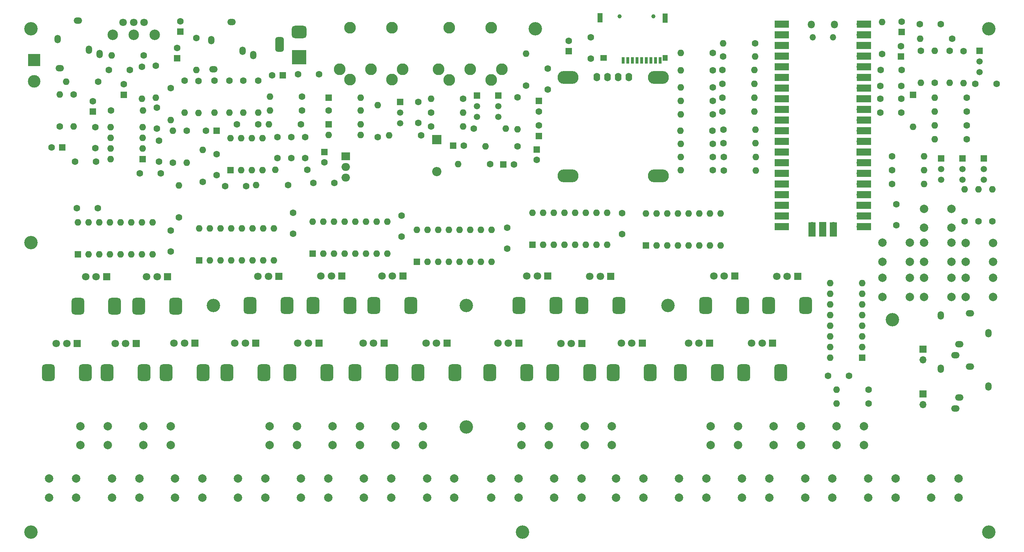
<source format=gbr>
%TF.GenerationSoftware,KiCad,Pcbnew,(6.0.11)*%
%TF.CreationDate,2024-06-02T13:27:08-05:00*%
%TF.ProjectId,TrebleSynth,54726562-6c65-4537-996e-74682e6b6963,rev?*%
%TF.SameCoordinates,Original*%
%TF.FileFunction,Soldermask,Top*%
%TF.FilePolarity,Negative*%
%FSLAX46Y46*%
G04 Gerber Fmt 4.6, Leading zero omitted, Abs format (unit mm)*
G04 Created by KiCad (PCBNEW (6.0.11)) date 2024-06-02 13:27:08*
%MOMM*%
%LPD*%
G01*
G04 APERTURE LIST*
G04 Aperture macros list*
%AMRoundRect*
0 Rectangle with rounded corners*
0 $1 Rounding radius*
0 $2 $3 $4 $5 $6 $7 $8 $9 X,Y pos of 4 corners*
0 Add a 4 corners polygon primitive as box body*
4,1,4,$2,$3,$4,$5,$6,$7,$8,$9,$2,$3,0*
0 Add four circle primitives for the rounded corners*
1,1,$1+$1,$2,$3*
1,1,$1+$1,$4,$5*
1,1,$1+$1,$6,$7*
1,1,$1+$1,$8,$9*
0 Add four rect primitives between the rounded corners*
20,1,$1+$1,$2,$3,$4,$5,0*
20,1,$1+$1,$4,$5,$6,$7,0*
20,1,$1+$1,$6,$7,$8,$9,0*
20,1,$1+$1,$8,$9,$2,$3,0*%
G04 Aperture macros list end*
%ADD10C,2.000000*%
%ADD11C,1.600000*%
%ADD12R,1.600000X1.600000*%
%ADD13R,1.500000X1.500000*%
%ADD14C,1.500000*%
%ADD15O,1.500000X2.000000*%
%ADD16O,2.000000X1.500000*%
%ADD17C,3.200000*%
%ADD18O,1.600000X1.600000*%
%ADD19R,2.200000X2.200000*%
%ADD20O,2.200000X2.200000*%
%ADD21R,1.800000X1.800000*%
%ADD22C,1.800000*%
%ADD23RoundRect,0.750000X-0.750000X1.250000X-0.750000X-1.250000X0.750000X-1.250000X0.750000X1.250000X0*%
%ADD24R,2.000000X1.905000*%
%ADD25O,2.000000X1.905000*%
%ADD26R,1.700000X1.700000*%
%ADD27O,1.700000X1.700000*%
%ADD28C,2.800000*%
%ADD29R,3.500000X3.500000*%
%ADD30RoundRect,0.750000X-1.000000X0.750000X-1.000000X-0.750000X1.000000X-0.750000X1.000000X0.750000X0*%
%ADD31RoundRect,0.500000X-0.500000X1.250000X-0.500000X-1.250000X0.500000X-1.250000X0.500000X1.250000X0*%
%ADD32R,3.000000X3.000000*%
%ADD33C,3.000000*%
%ADD34C,1.000000*%
%ADD35R,1.600000X1.400000*%
%ADD36R,1.200000X2.200000*%
%ADD37R,0.700000X1.600000*%
%ADD38R,1.200000X1.400000*%
%ADD39C,2.500000*%
%ADD40O,1.800000X1.800000*%
%ADD41O,1.500000X1.500000*%
%ADD42R,3.500000X1.700000*%
%ADD43R,1.700000X3.500000*%
%ADD44O,5.000000X3.100000*%
%ADD45O,1.600000X2.000000*%
G04 APERTURE END LIST*
D10*
%TO.C,SW23*%
X227250000Y-141250000D03*
X220750000Y-141250000D03*
X220750000Y-136750000D03*
X227250000Y-136750000D03*
%TD*%
D11*
%TO.C,C22*%
X236226000Y-51878000D03*
X231226000Y-51878000D03*
%TD*%
D12*
%TO.C,C15*%
X88906000Y-53148000D03*
D11*
X86406000Y-53148000D03*
%TD*%
D13*
%TO.C,Q3*%
X255784000Y-72960000D03*
D14*
X255784000Y-75500000D03*
X255784000Y-78040000D03*
%TD*%
D15*
%TO.C,J8*%
X256878000Y-114616000D03*
D16*
X248978000Y-119816000D03*
X249978000Y-117216000D03*
X252478000Y-109816000D03*
D15*
X245578000Y-110316000D03*
%TD*%
D17*
%TO.C,H9*%
X149000000Y-42000000D03*
%TD*%
D11*
%TO.C,R46*%
X72650000Y-54418000D03*
D18*
X72650000Y-62038000D03*
%TD*%
D11*
%TO.C,R9*%
X58680000Y-50862000D03*
D18*
X58680000Y-58482000D03*
%TD*%
D19*
%TO.C,D1*%
X125600000Y-68475000D03*
D20*
X125600000Y-76095000D03*
%TD*%
D11*
%TO.C,R56*%
X193554000Y-61784000D03*
D18*
X201174000Y-61784000D03*
%TD*%
D21*
%TO.C,RV19*%
X190500000Y-116950000D03*
D22*
X188000000Y-116950000D03*
X185500000Y-116950000D03*
D23*
X183600000Y-123950000D03*
X192400000Y-123950000D03*
%TD*%
D11*
%TO.C,C46*%
X44290000Y-70490000D03*
X44290000Y-65490000D03*
%TD*%
D13*
%TO.C,Q5*%
X135134000Y-57974000D03*
D14*
X135134000Y-60514000D03*
X135134000Y-63054000D03*
%TD*%
D21*
%TO.C,RV10*%
X103000000Y-100950000D03*
D22*
X100500000Y-100950000D03*
X98000000Y-100950000D03*
D23*
X104900000Y-107950000D03*
X96100000Y-107950000D03*
%TD*%
D11*
%TO.C,R19*%
X93224000Y-64832000D03*
D18*
X85604000Y-64832000D03*
%TD*%
D24*
%TO.C,U4*%
X103920000Y-72410000D03*
D25*
X103920000Y-74950000D03*
X103920000Y-77490000D03*
%TD*%
D16*
%TO.C,J3*%
X76714000Y-40370000D03*
D15*
X81914000Y-48270000D03*
X79314000Y-47270000D03*
X71914000Y-44770000D03*
D16*
X72414000Y-51670000D03*
%TD*%
D26*
%TO.C,JP2*%
X241306000Y-129094000D03*
D27*
X241306000Y-131634000D03*
%TD*%
D11*
%TO.C,R64*%
X124212000Y-62038000D03*
D18*
X131832000Y-62038000D03*
%TD*%
D12*
%TO.C,C11*%
X141425000Y-74400000D03*
D11*
X143925000Y-74400000D03*
%TD*%
%TO.C,C41*%
X117220000Y-91580000D03*
X117220000Y-86580000D03*
%TD*%
D10*
%TO.C,SW32*%
X238154000Y-93026000D03*
X231654000Y-93026000D03*
X238154000Y-97526000D03*
X231654000Y-97526000D03*
%TD*%
%TO.C,SW14*%
X145750000Y-141250000D03*
X152250000Y-141250000D03*
X145750000Y-136750000D03*
X152250000Y-136750000D03*
%TD*%
D11*
%TO.C,R21*%
X79508000Y-54418000D03*
D18*
X79508000Y-62038000D03*
%TD*%
D17*
%TO.C,H2*%
X29000000Y-162000000D03*
%TD*%
D12*
%TO.C,C4*%
X43694000Y-61784000D03*
D11*
X43694000Y-59284000D03*
%TD*%
%TO.C,R23*%
X231580000Y-48000000D03*
D18*
X231580000Y-40380000D03*
%TD*%
D15*
%TO.C,J9*%
X256878000Y-127316000D03*
D16*
X248978000Y-132516000D03*
X249978000Y-129916000D03*
X252478000Y-122516000D03*
D15*
X245578000Y-123016000D03*
%TD*%
D11*
%TO.C,R68*%
X111530000Y-67820000D03*
D18*
X111530000Y-60200000D03*
%TD*%
D11*
%TO.C,R10*%
X62236000Y-56196000D03*
D18*
X62236000Y-63816000D03*
%TD*%
D11*
%TO.C,R70*%
X257816000Y-87946000D03*
D18*
X257816000Y-80326000D03*
%TD*%
D12*
%TO.C,C10*%
X149375000Y-70800000D03*
D11*
X149375000Y-73300000D03*
%TD*%
D21*
%TO.C,RV7*%
X82500000Y-116950000D03*
D22*
X80000000Y-116950000D03*
X77500000Y-116950000D03*
D23*
X84400000Y-123950000D03*
X75600000Y-123950000D03*
%TD*%
D26*
%TO.C,JP1*%
X241306000Y-118426000D03*
D27*
X241306000Y-120966000D03*
%TD*%
D12*
%TO.C,U6*%
X40160000Y-95770000D03*
D18*
X42700000Y-95770000D03*
X45240000Y-95770000D03*
X47780000Y-95770000D03*
X50320000Y-95770000D03*
X52860000Y-95770000D03*
X55400000Y-95770000D03*
X57940000Y-95770000D03*
X57940000Y-88150000D03*
X55400000Y-88150000D03*
X52860000Y-88150000D03*
X50320000Y-88150000D03*
X47780000Y-88150000D03*
X45240000Y-88150000D03*
X42700000Y-88150000D03*
X40160000Y-88150000D03*
%TD*%
D11*
%TO.C,C36*%
X94240000Y-67880000D03*
X94240000Y-72880000D03*
%TD*%
%TO.C,C24*%
X151950000Y-56500000D03*
X151950000Y-51500000D03*
%TD*%
%TO.C,R28*%
X191208000Y-66284000D03*
D18*
X183588000Y-66284000D03*
%TD*%
D11*
%TO.C,R2*%
X68332000Y-44258000D03*
D18*
X68332000Y-51878000D03*
%TD*%
D10*
%TO.C,SW17*%
X174750000Y-153750000D03*
X168250000Y-153750000D03*
X174750000Y-149250000D03*
X168250000Y-149250000D03*
%TD*%
D13*
%TO.C,Q2*%
X250704000Y-72960000D03*
D14*
X250704000Y-75500000D03*
X250704000Y-78040000D03*
%TD*%
D11*
%TO.C,R14*%
X90176000Y-79310000D03*
D18*
X82556000Y-79310000D03*
%TD*%
D21*
%TO.C,RV12*%
X117500000Y-100950000D03*
D22*
X115000000Y-100950000D03*
X112500000Y-100950000D03*
D23*
X110600000Y-107950000D03*
X119400000Y-107950000D03*
%TD*%
D11*
%TO.C,R47*%
X228352000Y-128078000D03*
D18*
X220732000Y-128078000D03*
%TD*%
D21*
%TO.C,RV13*%
X128000000Y-116950000D03*
D22*
X125500000Y-116950000D03*
X123000000Y-116950000D03*
D23*
X129900000Y-123950000D03*
X121100000Y-123950000D03*
%TD*%
D11*
%TO.C,C12*%
X90938000Y-67880000D03*
X90938000Y-72880000D03*
%TD*%
%TO.C,R65*%
X131830000Y-58720000D03*
D18*
X124210000Y-58720000D03*
%TD*%
D11*
%TO.C,R16*%
X93478000Y-58228000D03*
D18*
X85858000Y-58228000D03*
%TD*%
D11*
%TO.C,C26*%
X231146000Y-55610000D03*
X236146000Y-55610000D03*
%TD*%
D10*
%TO.C,SW22*%
X213250000Y-153750000D03*
X219750000Y-153750000D03*
X213250000Y-149250000D03*
X219750000Y-149250000D03*
%TD*%
D12*
%TO.C,U7*%
X99838000Y-64827000D03*
D18*
X99838000Y-67367000D03*
X107458000Y-67367000D03*
X107458000Y-64827000D03*
%TD*%
D17*
%TO.C,H11*%
X29000000Y-93000000D03*
%TD*%
%TO.C,H12*%
X146000000Y-162000000D03*
%TD*%
D28*
%TO.C,J11*%
X126030000Y-51690000D03*
X133530000Y-51690000D03*
X141030000Y-51690000D03*
X128530000Y-54190000D03*
X138530000Y-54190000D03*
X128530000Y-41790000D03*
X138530000Y-41790000D03*
%TD*%
D29*
%TO.C,J5*%
X92840000Y-48760000D03*
D30*
X92840000Y-42760000D03*
D31*
X88140000Y-45760000D03*
%TD*%
D12*
%TO.C,U12*%
X226828000Y-120458000D03*
D18*
X226828000Y-117918000D03*
X226828000Y-115378000D03*
X226828000Y-112838000D03*
X226828000Y-110298000D03*
X226828000Y-107758000D03*
X226828000Y-105218000D03*
X226828000Y-102678000D03*
X219208000Y-102678000D03*
X219208000Y-105218000D03*
X219208000Y-107758000D03*
X219208000Y-110298000D03*
X219208000Y-112838000D03*
X219208000Y-115378000D03*
X219208000Y-117918000D03*
X219208000Y-120458000D03*
%TD*%
D11*
%TO.C,R36*%
X191268000Y-47814000D03*
D18*
X183648000Y-47814000D03*
%TD*%
D11*
%TO.C,C1*%
X87636000Y-67880000D03*
X87636000Y-72880000D03*
%TD*%
D10*
%TO.C,SW31*%
X248060000Y-93026000D03*
X241560000Y-93026000D03*
X241560000Y-97526000D03*
X248060000Y-97526000D03*
%TD*%
D11*
%TO.C,C8*%
X58934000Y-65848000D03*
X58934000Y-60848000D03*
%TD*%
D21*
%TO.C,RV17*%
X167000000Y-101000000D03*
D22*
X164500000Y-101000000D03*
X162000000Y-101000000D03*
D23*
X168900000Y-108000000D03*
X160100000Y-108000000D03*
%TD*%
D11*
%TO.C,C39*%
X97542000Y-52894000D03*
X92542000Y-52894000D03*
%TD*%
%TO.C,C29*%
X169678000Y-85954000D03*
X169678000Y-90954000D03*
%TD*%
%TO.C,R66*%
X124212000Y-65340000D03*
D18*
X131832000Y-65340000D03*
%TD*%
D17*
%TO.C,H7*%
X72396000Y-108012000D03*
%TD*%
D21*
%TO.C,RV20*%
X196500000Y-100950000D03*
D22*
X194000000Y-100950000D03*
X191500000Y-100950000D03*
D23*
X189600000Y-107950000D03*
X198400000Y-107950000D03*
%TD*%
D10*
%TO.C,SW12*%
X123250000Y-153750000D03*
X129750000Y-153750000D03*
X123250000Y-149250000D03*
X129750000Y-149250000D03*
%TD*%
D21*
%TO.C,RV6*%
X68000000Y-116950000D03*
D22*
X65500000Y-116950000D03*
X63000000Y-116950000D03*
D23*
X61100000Y-123950000D03*
X69900000Y-123950000D03*
%TD*%
D11*
%TO.C,R52*%
X191300000Y-62400000D03*
D18*
X183680000Y-62400000D03*
%TD*%
D12*
%TO.C,C7*%
X64522000Y-42734000D03*
D11*
X64522000Y-40234000D03*
%TD*%
%TO.C,R62*%
X99828000Y-61530000D03*
D18*
X107448000Y-61530000D03*
%TD*%
D11*
%TO.C,R11*%
X62744000Y-73976000D03*
D18*
X62744000Y-66356000D03*
%TD*%
D11*
%TO.C,R72*%
X251720000Y-61784000D03*
D18*
X244100000Y-61784000D03*
%TD*%
D11*
%TO.C,C14*%
X73158000Y-71944000D03*
X73158000Y-76944000D03*
%TD*%
D10*
%TO.C,SW11*%
X115750000Y-141250000D03*
X122250000Y-141250000D03*
X115750000Y-136750000D03*
X122250000Y-136750000D03*
%TD*%
D12*
%TO.C,C34*%
X236050000Y-48650000D03*
D11*
X236050000Y-46150000D03*
%TD*%
%TO.C,R22*%
X83064000Y-54418000D03*
D18*
X83064000Y-62038000D03*
%TD*%
D17*
%TO.C,H3*%
X257000000Y-162000000D03*
%TD*%
D32*
%TO.C,J1*%
X29710000Y-49430000D03*
D33*
X29710000Y-54510000D03*
%TD*%
D11*
%TO.C,C23*%
X231146000Y-62038000D03*
X236146000Y-62038000D03*
%TD*%
D12*
%TO.C,C2*%
X63760000Y-49084000D03*
D11*
X63760000Y-46584000D03*
%TD*%
D17*
%TO.C,H8*%
X132594000Y-136968000D03*
%TD*%
D11*
%TO.C,R60*%
X68840000Y-54494000D03*
D18*
X68840000Y-62114000D03*
%TD*%
D12*
%TO.C,U8*%
X68970000Y-97210000D03*
D18*
X71510000Y-97210000D03*
X74050000Y-97210000D03*
X76590000Y-97210000D03*
X79130000Y-97210000D03*
X81670000Y-97210000D03*
X84210000Y-97210000D03*
X86750000Y-97210000D03*
X86750000Y-89590000D03*
X84210000Y-89590000D03*
X81670000Y-89590000D03*
X79130000Y-89590000D03*
X76590000Y-89590000D03*
X74050000Y-89590000D03*
X71510000Y-89590000D03*
X68970000Y-89590000D03*
%TD*%
D11*
%TO.C,R25*%
X250958000Y-47320000D03*
D18*
X250958000Y-54940000D03*
%TD*%
D11*
%TO.C,C18*%
X54870000Y-76516000D03*
X59870000Y-76516000D03*
%TD*%
%TO.C,R39*%
X251212000Y-87946000D03*
D18*
X251212000Y-80326000D03*
%TD*%
D11*
%TO.C,R55*%
X193554000Y-58482000D03*
D18*
X201174000Y-58482000D03*
%TD*%
D21*
%TO.C,RV14*%
X145100000Y-116950000D03*
D22*
X142600000Y-116950000D03*
X140100000Y-116950000D03*
D23*
X147000000Y-123950000D03*
X138200000Y-123950000D03*
%TD*%
D11*
%TO.C,C13*%
X75190000Y-79564000D03*
X80190000Y-79564000D03*
%TD*%
%TO.C,R73*%
X251720000Y-58482000D03*
D18*
X244100000Y-58482000D03*
%TD*%
D34*
%TO.C,U14*%
X169100000Y-39060000D03*
X177100000Y-39060000D03*
D35*
X165300000Y-48960000D03*
D36*
X179900000Y-39460000D03*
D37*
X169900000Y-49560000D03*
X171000000Y-49560000D03*
X172100000Y-49560000D03*
X173200000Y-49560000D03*
X174300000Y-49560000D03*
X175400000Y-49560000D03*
X176500000Y-49560000D03*
X177600000Y-49560000D03*
X178700000Y-49560000D03*
D38*
X179900000Y-48960000D03*
D36*
X164400000Y-39360000D03*
%TD*%
D11*
%TO.C,C30*%
X218700000Y-124776000D03*
X223700000Y-124776000D03*
%TD*%
D39*
%TO.C,RV1*%
X48420000Y-43500000D03*
D22*
X50920000Y-40500000D03*
D39*
X53420000Y-43500000D03*
D22*
X53420000Y-40500000D03*
D39*
X58420000Y-43500000D03*
D22*
X55920000Y-40500000D03*
%TD*%
D11*
%TO.C,R12*%
X66046000Y-66356000D03*
D18*
X66046000Y-73976000D03*
%TD*%
D11*
%TO.C,R18*%
X93478000Y-61530000D03*
D18*
X85858000Y-61530000D03*
%TD*%
D11*
%TO.C,R40*%
X233940000Y-75754000D03*
D18*
X241560000Y-75754000D03*
%TD*%
D40*
%TO.C,U3*%
X220185000Y-41040000D03*
X214735000Y-41040000D03*
D41*
X215035000Y-44070000D03*
X219885000Y-44070000D03*
D27*
X208570000Y-40910000D03*
D42*
X207670000Y-40910000D03*
D27*
X208570000Y-43450000D03*
D42*
X207670000Y-43450000D03*
D26*
X208570000Y-45990000D03*
D42*
X207670000Y-45990000D03*
D27*
X208570000Y-48530000D03*
D42*
X207670000Y-48530000D03*
D27*
X208570000Y-51070000D03*
D42*
X207670000Y-51070000D03*
X207670000Y-53610000D03*
D27*
X208570000Y-53610000D03*
D42*
X207670000Y-56150000D03*
D27*
X208570000Y-56150000D03*
D42*
X207670000Y-58690000D03*
D26*
X208570000Y-58690000D03*
D42*
X207670000Y-61230000D03*
D27*
X208570000Y-61230000D03*
X208570000Y-63770000D03*
D42*
X207670000Y-63770000D03*
D27*
X208570000Y-66310000D03*
D42*
X207670000Y-66310000D03*
X207670000Y-68850000D03*
D27*
X208570000Y-68850000D03*
D26*
X208570000Y-71390000D03*
D42*
X207670000Y-71390000D03*
D27*
X208570000Y-73930000D03*
D42*
X207670000Y-73930000D03*
X207670000Y-76470000D03*
D27*
X208570000Y-76470000D03*
D42*
X207670000Y-79010000D03*
D27*
X208570000Y-79010000D03*
D42*
X207670000Y-81550000D03*
D27*
X208570000Y-81550000D03*
D26*
X208570000Y-84090000D03*
D42*
X207670000Y-84090000D03*
X207670000Y-86630000D03*
D27*
X208570000Y-86630000D03*
X208570000Y-89170000D03*
D42*
X207670000Y-89170000D03*
X227250000Y-89170000D03*
D27*
X226350000Y-89170000D03*
X226350000Y-86630000D03*
D42*
X227250000Y-86630000D03*
D26*
X226350000Y-84090000D03*
D42*
X227250000Y-84090000D03*
D27*
X226350000Y-81550000D03*
D42*
X227250000Y-81550000D03*
X227250000Y-79010000D03*
D27*
X226350000Y-79010000D03*
D42*
X227250000Y-76470000D03*
D27*
X226350000Y-76470000D03*
D42*
X227250000Y-73930000D03*
D27*
X226350000Y-73930000D03*
D42*
X227250000Y-71390000D03*
D26*
X226350000Y-71390000D03*
D42*
X227250000Y-68850000D03*
D27*
X226350000Y-68850000D03*
D42*
X227250000Y-66310000D03*
D27*
X226350000Y-66310000D03*
X226350000Y-63770000D03*
D42*
X227250000Y-63770000D03*
D27*
X226350000Y-61230000D03*
D42*
X227250000Y-61230000D03*
D26*
X226350000Y-58690000D03*
D42*
X227250000Y-58690000D03*
D27*
X226350000Y-56150000D03*
D42*
X227250000Y-56150000D03*
D27*
X226350000Y-53610000D03*
D42*
X227250000Y-53610000D03*
D27*
X226350000Y-51070000D03*
D42*
X227250000Y-51070000D03*
X227250000Y-48530000D03*
D27*
X226350000Y-48530000D03*
D42*
X227250000Y-45990000D03*
D26*
X226350000Y-45990000D03*
D27*
X226350000Y-43450000D03*
D42*
X227250000Y-43450000D03*
D27*
X226350000Y-40910000D03*
D42*
X227250000Y-40910000D03*
D27*
X214920000Y-88940000D03*
D43*
X214920000Y-89840000D03*
X217460000Y-89840000D03*
D26*
X217460000Y-88940000D03*
D27*
X220000000Y-88940000D03*
D43*
X220000000Y-89840000D03*
%TD*%
D21*
%TO.C,RV9*%
X97500000Y-116950000D03*
D22*
X95000000Y-116950000D03*
X92500000Y-116950000D03*
D23*
X90600000Y-123950000D03*
X99400000Y-123950000D03*
%TD*%
D10*
%TO.C,SW20*%
X204750000Y-153750000D03*
X198250000Y-153750000D03*
X204750000Y-149250000D03*
X198250000Y-149250000D03*
%TD*%
D21*
%TO.C,RV11*%
X113000000Y-116950000D03*
D22*
X110500000Y-116950000D03*
X108000000Y-116950000D03*
D23*
X114900000Y-123950000D03*
X106100000Y-123950000D03*
%TD*%
D12*
%TO.C,C20*%
X98800000Y-71374888D03*
D11*
X98800000Y-73874888D03*
%TD*%
%TO.C,R57*%
X146800000Y-55560000D03*
D18*
X146800000Y-47940000D03*
%TD*%
D11*
%TO.C,C31*%
X258792000Y-55180000D03*
X253792000Y-55180000D03*
%TD*%
%TO.C,R8*%
X39122000Y-57720000D03*
D18*
X39122000Y-65340000D03*
%TD*%
D10*
%TO.C,SW10*%
X108250000Y-153750000D03*
X114750000Y-153750000D03*
X108250000Y-149250000D03*
X114750000Y-149250000D03*
%TD*%
D28*
%TO.C,J10*%
X102420000Y-51630000D03*
X109920000Y-51630000D03*
X117420000Y-51630000D03*
X104920000Y-54130000D03*
X114920000Y-54130000D03*
X104920000Y-41730000D03*
X114920000Y-41730000D03*
%TD*%
D10*
%TO.C,SW29*%
X251466000Y-93062000D03*
X257966000Y-93062000D03*
X251466000Y-97562000D03*
X257966000Y-97562000D03*
%TD*%
D11*
%TO.C,R49*%
X191300000Y-51950000D03*
D18*
X183680000Y-51950000D03*
%TD*%
D10*
%TO.C,SW24*%
X234750000Y-153750000D03*
X228250000Y-153750000D03*
X228250000Y-149250000D03*
X234750000Y-149250000D03*
%TD*%
%TO.C,SW28*%
X257966000Y-101408000D03*
X251466000Y-101408000D03*
X251466000Y-105908000D03*
X257966000Y-105908000D03*
%TD*%
D11*
%TO.C,C25*%
X240544000Y-40956000D03*
X245544000Y-40956000D03*
%TD*%
D21*
%TO.C,RV22*%
X211500000Y-101000000D03*
D22*
X209000000Y-101000000D03*
X206500000Y-101000000D03*
D23*
X204600000Y-108000000D03*
X213400000Y-108000000D03*
%TD*%
D10*
%TO.C,SW7*%
X92250000Y-141250000D03*
X85750000Y-141250000D03*
X92250000Y-136750000D03*
X85750000Y-136750000D03*
%TD*%
D12*
%TO.C,U13*%
X175310000Y-93650000D03*
D18*
X177850000Y-93650000D03*
X180390000Y-93650000D03*
X182930000Y-93650000D03*
X185470000Y-93650000D03*
X188010000Y-93650000D03*
X190550000Y-93650000D03*
X193090000Y-93650000D03*
X193090000Y-86030000D03*
X190550000Y-86030000D03*
X188010000Y-86030000D03*
X185470000Y-86030000D03*
X182930000Y-86030000D03*
X180390000Y-86030000D03*
X177850000Y-86030000D03*
X175310000Y-86030000D03*
%TD*%
D11*
%TO.C,R41*%
X254514000Y-87946000D03*
D18*
X254514000Y-80326000D03*
%TD*%
D11*
%TO.C,C44*%
X91330000Y-90890000D03*
X91330000Y-85890000D03*
%TD*%
%TO.C,R48*%
X228352000Y-131380000D03*
D18*
X220732000Y-131380000D03*
%TD*%
D11*
%TO.C,R29*%
X193808000Y-66102000D03*
D18*
X201428000Y-66102000D03*
%TD*%
D11*
%TO.C,R1*%
X65538000Y-54418000D03*
D18*
X65538000Y-62038000D03*
%TD*%
D10*
%TO.C,SW30*%
X231654000Y-101408000D03*
X238154000Y-101408000D03*
X238154000Y-105908000D03*
X231654000Y-105908000D03*
%TD*%
%TO.C,SW26*%
X241560000Y-84934000D03*
X248060000Y-84934000D03*
X248060000Y-89434000D03*
X241560000Y-89434000D03*
%TD*%
D16*
%TO.C,J2*%
X40142000Y-40110000D03*
D15*
X45342000Y-48010000D03*
X42742000Y-47010000D03*
X35342000Y-44510000D03*
D16*
X35842000Y-51410000D03*
%TD*%
D21*
%TO.C,RV8*%
X88000000Y-101000000D03*
D22*
X85500000Y-101000000D03*
X83000000Y-101000000D03*
D23*
X81100000Y-108000000D03*
X89900000Y-108000000D03*
%TD*%
D17*
%TO.C,H6*%
X180600000Y-108012000D03*
%TD*%
D11*
%TO.C,R27*%
X248280000Y-44410000D03*
D18*
X240660000Y-44410000D03*
%TD*%
D11*
%TO.C,R35*%
X193908000Y-75762000D03*
D18*
X201528000Y-75762000D03*
%TD*%
D11*
%TO.C,C47*%
X162210000Y-44090000D03*
X162210000Y-49090000D03*
%TD*%
%TO.C,C43*%
X62260000Y-90130000D03*
X62260000Y-95130000D03*
%TD*%
D10*
%TO.C,SW2*%
X47250000Y-141250000D03*
X40750000Y-141250000D03*
X40750000Y-136750000D03*
X47250000Y-136750000D03*
%TD*%
D11*
%TO.C,R59*%
X244100000Y-54910000D03*
D18*
X244100000Y-47290000D03*
%TD*%
D10*
%TO.C,SW3*%
X48250000Y-153750000D03*
X54750000Y-153750000D03*
X54750000Y-149250000D03*
X48250000Y-149250000D03*
%TD*%
D11*
%TO.C,R54*%
X193554000Y-55180000D03*
D18*
X201174000Y-55180000D03*
%TD*%
D44*
%TO.C,Brd1*%
X156800000Y-77100000D03*
X178300000Y-53600000D03*
X156800000Y-53600000D03*
X178300000Y-77100000D03*
D45*
X163680000Y-53500000D03*
X166220000Y-53500000D03*
X168760000Y-53500000D03*
X171300000Y-53500000D03*
%TD*%
D21*
%TO.C,RV16*%
X160100000Y-117000000D03*
D22*
X157600000Y-117000000D03*
X155100000Y-117000000D03*
D23*
X153200000Y-124000000D03*
X162000000Y-124000000D03*
%TD*%
D10*
%TO.C,SW16*%
X160750000Y-141250000D03*
X167250000Y-141250000D03*
X167250000Y-136750000D03*
X160750000Y-136750000D03*
%TD*%
D11*
%TO.C,R33*%
X193878000Y-72562000D03*
D18*
X201498000Y-72562000D03*
%TD*%
D11*
%TO.C,C45*%
X234950000Y-88850000D03*
X234950000Y-83850000D03*
%TD*%
D10*
%TO.C,SW13*%
X138500000Y-153750000D03*
X145000000Y-153750000D03*
X138500000Y-149250000D03*
X145000000Y-149250000D03*
%TD*%
D12*
%TO.C,C35*%
X36410000Y-70280000D03*
D11*
X33910000Y-70280000D03*
%TD*%
D12*
%TO.C,C5*%
X51070000Y-57750000D03*
D11*
X51070000Y-55250000D03*
%TD*%
%TO.C,R5*%
X55378000Y-51116000D03*
D18*
X55378000Y-58736000D03*
%TD*%
D10*
%TO.C,SW6*%
X78250000Y-153750000D03*
X84750000Y-153750000D03*
X84750000Y-149250000D03*
X78250000Y-149250000D03*
%TD*%
D21*
%TO.C,RV5*%
X61500000Y-101154000D03*
D22*
X59000000Y-101154000D03*
X56500000Y-101154000D03*
D23*
X54600000Y-108154000D03*
X63400000Y-108154000D03*
%TD*%
D13*
%TO.C,Q6*%
X116846000Y-59498000D03*
D14*
X116846000Y-62038000D03*
X116846000Y-64578000D03*
%TD*%
D11*
%TO.C,R26*%
X247656000Y-47306000D03*
D18*
X247656000Y-54926000D03*
%TD*%
D21*
%TO.C,RV2*%
X40000000Y-117000000D03*
D22*
X37500000Y-117000000D03*
X35000000Y-117000000D03*
D23*
X33100000Y-124000000D03*
X41900000Y-124000000D03*
%TD*%
D11*
%TO.C,C37*%
X78024000Y-64832000D03*
X83024000Y-64832000D03*
%TD*%
D12*
%TO.C,C16*%
X149866000Y-59244000D03*
D11*
X149866000Y-61744000D03*
%TD*%
D12*
%TO.C,U10*%
X120840000Y-97560000D03*
D18*
X123380000Y-97560000D03*
X125920000Y-97560000D03*
X128460000Y-97560000D03*
X131000000Y-97560000D03*
X133540000Y-97560000D03*
X136080000Y-97560000D03*
X138620000Y-97560000D03*
X138620000Y-89940000D03*
X136080000Y-89940000D03*
X133540000Y-89940000D03*
X131000000Y-89940000D03*
X128460000Y-89940000D03*
X125920000Y-89940000D03*
X123380000Y-89940000D03*
X120840000Y-89940000D03*
%TD*%
D10*
%TO.C,SW15*%
X153500000Y-153750000D03*
X160000000Y-153750000D03*
X160000000Y-149250000D03*
X153500000Y-149250000D03*
%TD*%
D11*
%TO.C,R4*%
X35840000Y-65300000D03*
D18*
X35840000Y-57680000D03*
%TD*%
D17*
%TO.C,H5*%
X132594000Y-108012000D03*
%TD*%
D12*
%TO.C,U1*%
X55560000Y-73100000D03*
D18*
X55560000Y-70560000D03*
X55560000Y-68020000D03*
X55560000Y-65480000D03*
X47940000Y-65480000D03*
X47940000Y-68020000D03*
X47940000Y-70560000D03*
X47940000Y-73100000D03*
%TD*%
D11*
%TO.C,R45*%
X76206000Y-54418000D03*
D18*
X76206000Y-62038000D03*
%TD*%
D17*
%TO.C,H10*%
X234000000Y-111400000D03*
%TD*%
D11*
%TO.C,C40*%
X121164000Y-59498000D03*
X121164000Y-64498000D03*
%TD*%
D12*
%TO.C,D3*%
X99828000Y-58482000D03*
D18*
X107448000Y-58482000D03*
%TD*%
D11*
%TO.C,R7*%
X55790000Y-48390000D03*
D18*
X48170000Y-48390000D03*
%TD*%
D12*
%TO.C,C19*%
X129475000Y-69900000D03*
D11*
X131975000Y-69900000D03*
%TD*%
%TO.C,R3*%
X44964000Y-54672000D03*
D18*
X37344000Y-54672000D03*
%TD*%
D11*
%TO.C,R38*%
X233940000Y-79056000D03*
D18*
X241560000Y-79056000D03*
%TD*%
D10*
%TO.C,SW4*%
X62250000Y-141250000D03*
X55750000Y-141250000D03*
X55750000Y-136750000D03*
X62250000Y-136750000D03*
%TD*%
%TO.C,SW5*%
X63250000Y-153750000D03*
X69750000Y-153750000D03*
X63250000Y-149250000D03*
X69750000Y-149250000D03*
%TD*%
D11*
%TO.C,R17*%
X144825000Y-70050000D03*
D18*
X137205000Y-70050000D03*
%TD*%
D11*
%TO.C,R37*%
X193700000Y-48600000D03*
D18*
X201320000Y-48600000D03*
%TD*%
D11*
%TO.C,R20*%
X69856000Y-78548000D03*
D18*
X69856000Y-70928000D03*
%TD*%
D11*
%TO.C,R43*%
X251720000Y-68388000D03*
D18*
X244100000Y-68388000D03*
%TD*%
D12*
%TO.C,C32*%
X156970000Y-47375113D03*
D11*
X156970000Y-44875113D03*
%TD*%
D21*
%TO.C,RV15*%
X152000000Y-100950000D03*
D22*
X149500000Y-100950000D03*
X147000000Y-100950000D03*
D23*
X145100000Y-107950000D03*
X153900000Y-107950000D03*
%TD*%
D11*
%TO.C,R32*%
X191248000Y-72584000D03*
D18*
X183628000Y-72584000D03*
%TD*%
D13*
%TO.C,Q4*%
X140214000Y-57974000D03*
D14*
X140214000Y-60514000D03*
X140214000Y-63054000D03*
%TD*%
D11*
%TO.C,C6*%
X44456000Y-73722000D03*
X39456000Y-73722000D03*
%TD*%
%TO.C,R6*%
X48012000Y-61530000D03*
D18*
X55632000Y-61530000D03*
%TD*%
D10*
%TO.C,SW27*%
X248060000Y-101408000D03*
X241560000Y-101408000D03*
X248060000Y-105908000D03*
X241560000Y-105908000D03*
%TD*%
D11*
%TO.C,R58*%
X201300000Y-45450000D03*
D18*
X193680000Y-45450000D03*
%TD*%
D17*
%TO.C,H4*%
X29000000Y-42000000D03*
%TD*%
D13*
%TO.C,Q1*%
X245624000Y-72960000D03*
D14*
X245624000Y-75500000D03*
X245624000Y-78040000D03*
%TD*%
D11*
%TO.C,R13*%
X138275000Y-74250000D03*
D18*
X130655000Y-74250000D03*
%TD*%
D11*
%TO.C,R30*%
X191228000Y-69454000D03*
D18*
X183608000Y-69454000D03*
%TD*%
D13*
%TO.C,U5*%
X254768000Y-47306000D03*
D14*
X254768000Y-49846000D03*
X254768000Y-52386000D03*
%TD*%
D17*
%TO.C,H1*%
X257000000Y-42000000D03*
%TD*%
D21*
%TO.C,RV21*%
X205500000Y-116950000D03*
D22*
X203000000Y-116950000D03*
X200500000Y-116950000D03*
D23*
X207400000Y-123950000D03*
X198600000Y-123950000D03*
%TD*%
D10*
%TO.C,SW19*%
X190750000Y-141250000D03*
X197250000Y-141250000D03*
X190750000Y-136750000D03*
X197250000Y-136750000D03*
%TD*%
D11*
%TO.C,R44*%
X240798000Y-47306000D03*
D18*
X240798000Y-54926000D03*
%TD*%
D11*
%TO.C,R61*%
X134372000Y-65848000D03*
D18*
X141992000Y-65848000D03*
%TD*%
D11*
%TO.C,R34*%
X191268000Y-75754000D03*
D18*
X183648000Y-75754000D03*
%TD*%
D11*
%TO.C,C21*%
X101210000Y-78800000D03*
X96210000Y-78800000D03*
%TD*%
D12*
%TO.C,U2*%
X76470000Y-75744000D03*
D18*
X79010000Y-75744000D03*
X81550000Y-75744000D03*
X84090000Y-75744000D03*
X84090000Y-68124000D03*
X81550000Y-68124000D03*
X79010000Y-68124000D03*
X76470000Y-68124000D03*
%TD*%
D10*
%TO.C,SW18*%
X183250000Y-153750000D03*
X189750000Y-153750000D03*
X189750000Y-149250000D03*
X183250000Y-149250000D03*
%TD*%
D12*
%TO.C,D2*%
X238940000Y-57780000D03*
D18*
X238940000Y-65400000D03*
%TD*%
D11*
%TO.C,R31*%
X193838000Y-69312000D03*
D18*
X201458000Y-69312000D03*
%TD*%
D11*
%TO.C,R63*%
X144790000Y-58330000D03*
D18*
X144790000Y-65950000D03*
%TD*%
D12*
%TO.C,U9*%
X95990000Y-95590000D03*
D18*
X98530000Y-95590000D03*
X101070000Y-95590000D03*
X103610000Y-95590000D03*
X106150000Y-95590000D03*
X108690000Y-95590000D03*
X111230000Y-95590000D03*
X113770000Y-95590000D03*
X113770000Y-87970000D03*
X111230000Y-87970000D03*
X108690000Y-87970000D03*
X106150000Y-87970000D03*
X103610000Y-87970000D03*
X101070000Y-87970000D03*
X98530000Y-87970000D03*
X95990000Y-87970000D03*
%TD*%
D11*
%TO.C,C28*%
X142350000Y-89460000D03*
X142350000Y-94460000D03*
%TD*%
D10*
%TO.C,SW9*%
X100750000Y-141250000D03*
X107250000Y-141250000D03*
X107250000Y-136750000D03*
X100750000Y-136750000D03*
%TD*%
D12*
%TO.C,C33*%
X236200000Y-42805112D03*
D11*
X236200000Y-40305112D03*
%TD*%
%TO.C,R71*%
X251720000Y-65086000D03*
D18*
X244100000Y-65086000D03*
%TD*%
D21*
%TO.C,RV18*%
X174500000Y-116950000D03*
D22*
X172000000Y-116950000D03*
X169500000Y-116950000D03*
D23*
X167600000Y-123950000D03*
X176400000Y-123950000D03*
%TD*%
D12*
%TO.C,C17*%
X149866000Y-67561112D03*
D11*
X149866000Y-65061112D03*
%TD*%
D12*
%TO.C,C38*%
X73158000Y-66356000D03*
D11*
X70658000Y-66356000D03*
%TD*%
D21*
%TO.C,RV4*%
X54000000Y-117000000D03*
D22*
X51500000Y-117000000D03*
X49000000Y-117000000D03*
D23*
X47100000Y-124000000D03*
X55900000Y-124000000D03*
%TD*%
D10*
%TO.C,SW25*%
X249750000Y-153750000D03*
X243250000Y-153750000D03*
X243250000Y-149250000D03*
X249750000Y-149250000D03*
%TD*%
D11*
%TO.C,C9*%
X59442000Y-73682000D03*
X59442000Y-68682000D03*
%TD*%
%TO.C,R53*%
X193554000Y-51878000D03*
D18*
X201174000Y-51878000D03*
%TD*%
D10*
%TO.C,SW21*%
X205750000Y-141250000D03*
X212250000Y-141250000D03*
X205750000Y-136750000D03*
X212250000Y-136750000D03*
%TD*%
D11*
%TO.C,R69*%
X121860000Y-67400000D03*
D18*
X114240000Y-67400000D03*
%TD*%
D11*
%TO.C,C3*%
X47504000Y-51878000D03*
X52504000Y-51878000D03*
%TD*%
%TO.C,R42*%
X233940000Y-72452000D03*
D18*
X241560000Y-72452000D03*
%TD*%
D11*
%TO.C,R24*%
X64210000Y-87000000D03*
D18*
X64210000Y-79380000D03*
%TD*%
D10*
%TO.C,SW8*%
X93250000Y-153750000D03*
X99750000Y-153750000D03*
X93250000Y-149250000D03*
X99750000Y-149250000D03*
%TD*%
D11*
%TO.C,R50*%
X191250000Y-55950000D03*
D18*
X183630000Y-55950000D03*
%TD*%
D11*
%TO.C,R15*%
X94710000Y-75650000D03*
D18*
X87090000Y-75650000D03*
%TD*%
D11*
%TO.C,C27*%
X231146000Y-58736000D03*
X236146000Y-58736000D03*
%TD*%
%TO.C,C42*%
X39860000Y-84800000D03*
X44860000Y-84800000D03*
%TD*%
%TO.C,R51*%
X191300000Y-59200000D03*
D18*
X183680000Y-59200000D03*
%TD*%
D10*
%TO.C,SW1*%
X39750000Y-153750000D03*
X33250000Y-153750000D03*
X33250000Y-149250000D03*
X39750000Y-149250000D03*
%TD*%
D21*
%TO.C,RV3*%
X46996000Y-101154000D03*
D22*
X44496000Y-101154000D03*
X41996000Y-101154000D03*
D23*
X48896000Y-108154000D03*
X40096000Y-108154000D03*
%TD*%
D12*
%TO.C,U11*%
X148310000Y-93460000D03*
D18*
X150850000Y-93460000D03*
X153390000Y-93460000D03*
X155930000Y-93460000D03*
X158470000Y-93460000D03*
X161010000Y-93460000D03*
X163550000Y-93460000D03*
X166090000Y-93460000D03*
X166090000Y-85840000D03*
X163550000Y-85840000D03*
X161010000Y-85840000D03*
X158470000Y-85840000D03*
X155930000Y-85840000D03*
X153390000Y-85840000D03*
X150850000Y-85840000D03*
X148310000Y-85840000D03*
%TD*%
M02*

</source>
